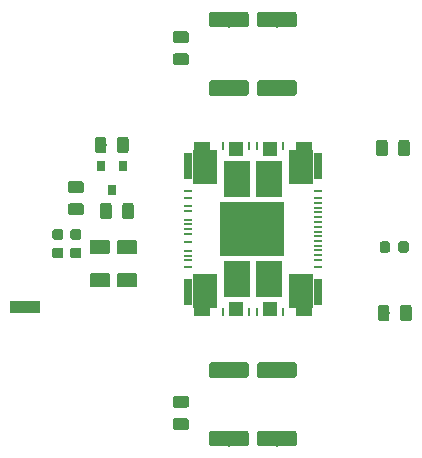
<source format=gbr>
G04 #@! TF.GenerationSoftware,KiCad,Pcbnew,5.0.0-fee4fd1~66~ubuntu16.04.1*
G04 #@! TF.CreationDate,2018-08-14T17:57:09-07:00*
G04 #@! TF.ProjectId,powerstep01-breakout,706F7765727374657030312D62726561,rev?*
G04 #@! TF.SameCoordinates,Original*
G04 #@! TF.FileFunction,Paste,Top*
G04 #@! TF.FilePolarity,Positive*
%FSLAX46Y46*%
G04 Gerber Fmt 4.6, Leading zero omitted, Abs format (unit mm)*
G04 Created by KiCad (PCBNEW 5.0.0-fee4fd1~66~ubuntu16.04.1) date Tue Aug 14 17:57:09 2018*
%MOMM*%
%LPD*%
G01*
G04 APERTURE LIST*
%ADD10R,5.500000X4.680000*%
%ADD11R,2.300000X3.010000*%
%ADD12R,1.160000X1.200000*%
%ADD13R,0.200000X0.800000*%
%ADD14R,0.800000X0.200000*%
%ADD15R,2.140000X2.850000*%
%ADD16R,1.440000X0.720000*%
%ADD17R,0.740000X2.170000*%
%ADD18C,0.100000*%
%ADD19C,1.250000*%
%ADD20R,0.800000X0.900000*%
%ADD21C,0.875000*%
%ADD22R,2.510000X1.000000*%
%ADD23C,1.350000*%
%ADD24C,0.975000*%
G04 APERTURE END LIST*
D10*
G04 #@! TO.C,U1*
X133778000Y-86614000D03*
D11*
X135228000Y-90879000D03*
X132488000Y-90879000D03*
X135228000Y-82349000D03*
X132488000Y-82349000D03*
D12*
X135268000Y-93414000D03*
X132448000Y-93414000D03*
X135268000Y-79814000D03*
X132448000Y-79814000D03*
D13*
X134168000Y-79614000D03*
X133548000Y-79614000D03*
X131348000Y-79614000D03*
X136368000Y-79614000D03*
X134168000Y-93614000D03*
X133548000Y-93614000D03*
X131348000Y-93614000D03*
X136368000Y-93614000D03*
D14*
X139358000Y-86404000D03*
X139358000Y-86004000D03*
X139358000Y-85604000D03*
X139358000Y-85204000D03*
X139358000Y-84804000D03*
X139358000Y-84404000D03*
X139358000Y-83964000D03*
X139358000Y-83364000D03*
X139358000Y-86824000D03*
X139358000Y-87224000D03*
X139358000Y-87624000D03*
X139358000Y-88024000D03*
X139358000Y-88424000D03*
X139358000Y-88824000D03*
X139358000Y-89264000D03*
X139358000Y-89864000D03*
X128358000Y-86214000D03*
X128358000Y-86614000D03*
X128358000Y-85814000D03*
X128358000Y-85094000D03*
X128358000Y-84694000D03*
X128358000Y-83964000D03*
X128358000Y-83364000D03*
X128358000Y-87014000D03*
X128358000Y-87734000D03*
X128358000Y-88464000D03*
X128358000Y-88864000D03*
X128358000Y-89264000D03*
X128358000Y-89864000D03*
D15*
X137948000Y-81359000D03*
X129768000Y-81359000D03*
X129768000Y-91869000D03*
X137948000Y-91869000D03*
D16*
X129558000Y-79574000D03*
X138158000Y-79574000D03*
X129558000Y-93654000D03*
X138158000Y-93654000D03*
D17*
X128338000Y-81299000D03*
X128338000Y-91929000D03*
X139378000Y-91929000D03*
X139378000Y-81299000D03*
G04 #@! TD*
D18*
G04 #@! TO.C,C13*
G36*
X123839504Y-90314204D02*
X123863773Y-90317804D01*
X123887571Y-90323765D01*
X123910671Y-90332030D01*
X123932849Y-90342520D01*
X123953893Y-90355133D01*
X123973598Y-90369747D01*
X123991777Y-90386223D01*
X124008253Y-90404402D01*
X124022867Y-90424107D01*
X124035480Y-90445151D01*
X124045970Y-90467329D01*
X124054235Y-90490429D01*
X124060196Y-90514227D01*
X124063796Y-90538496D01*
X124065000Y-90563000D01*
X124065000Y-91313000D01*
X124063796Y-91337504D01*
X124060196Y-91361773D01*
X124054235Y-91385571D01*
X124045970Y-91408671D01*
X124035480Y-91430849D01*
X124022867Y-91451893D01*
X124008253Y-91471598D01*
X123991777Y-91489777D01*
X123973598Y-91506253D01*
X123953893Y-91520867D01*
X123932849Y-91533480D01*
X123910671Y-91543970D01*
X123887571Y-91552235D01*
X123863773Y-91558196D01*
X123839504Y-91561796D01*
X123815000Y-91563000D01*
X122565000Y-91563000D01*
X122540496Y-91561796D01*
X122516227Y-91558196D01*
X122492429Y-91552235D01*
X122469329Y-91543970D01*
X122447151Y-91533480D01*
X122426107Y-91520867D01*
X122406402Y-91506253D01*
X122388223Y-91489777D01*
X122371747Y-91471598D01*
X122357133Y-91451893D01*
X122344520Y-91430849D01*
X122334030Y-91408671D01*
X122325765Y-91385571D01*
X122319804Y-91361773D01*
X122316204Y-91337504D01*
X122315000Y-91313000D01*
X122315000Y-90563000D01*
X122316204Y-90538496D01*
X122319804Y-90514227D01*
X122325765Y-90490429D01*
X122334030Y-90467329D01*
X122344520Y-90445151D01*
X122357133Y-90424107D01*
X122371747Y-90404402D01*
X122388223Y-90386223D01*
X122406402Y-90369747D01*
X122426107Y-90355133D01*
X122447151Y-90342520D01*
X122469329Y-90332030D01*
X122492429Y-90323765D01*
X122516227Y-90317804D01*
X122540496Y-90314204D01*
X122565000Y-90313000D01*
X123815000Y-90313000D01*
X123839504Y-90314204D01*
X123839504Y-90314204D01*
G37*
D19*
X123190000Y-90938000D03*
D18*
G36*
X123839504Y-87514204D02*
X123863773Y-87517804D01*
X123887571Y-87523765D01*
X123910671Y-87532030D01*
X123932849Y-87542520D01*
X123953893Y-87555133D01*
X123973598Y-87569747D01*
X123991777Y-87586223D01*
X124008253Y-87604402D01*
X124022867Y-87624107D01*
X124035480Y-87645151D01*
X124045970Y-87667329D01*
X124054235Y-87690429D01*
X124060196Y-87714227D01*
X124063796Y-87738496D01*
X124065000Y-87763000D01*
X124065000Y-88513000D01*
X124063796Y-88537504D01*
X124060196Y-88561773D01*
X124054235Y-88585571D01*
X124045970Y-88608671D01*
X124035480Y-88630849D01*
X124022867Y-88651893D01*
X124008253Y-88671598D01*
X123991777Y-88689777D01*
X123973598Y-88706253D01*
X123953893Y-88720867D01*
X123932849Y-88733480D01*
X123910671Y-88743970D01*
X123887571Y-88752235D01*
X123863773Y-88758196D01*
X123839504Y-88761796D01*
X123815000Y-88763000D01*
X122565000Y-88763000D01*
X122540496Y-88761796D01*
X122516227Y-88758196D01*
X122492429Y-88752235D01*
X122469329Y-88743970D01*
X122447151Y-88733480D01*
X122426107Y-88720867D01*
X122406402Y-88706253D01*
X122388223Y-88689777D01*
X122371747Y-88671598D01*
X122357133Y-88651893D01*
X122344520Y-88630849D01*
X122334030Y-88608671D01*
X122325765Y-88585571D01*
X122319804Y-88561773D01*
X122316204Y-88537504D01*
X122315000Y-88513000D01*
X122315000Y-87763000D01*
X122316204Y-87738496D01*
X122319804Y-87714227D01*
X122325765Y-87690429D01*
X122334030Y-87667329D01*
X122344520Y-87645151D01*
X122357133Y-87624107D01*
X122371747Y-87604402D01*
X122388223Y-87586223D01*
X122406402Y-87569747D01*
X122426107Y-87555133D01*
X122447151Y-87542520D01*
X122469329Y-87532030D01*
X122492429Y-87523765D01*
X122516227Y-87517804D01*
X122540496Y-87514204D01*
X122565000Y-87513000D01*
X123815000Y-87513000D01*
X123839504Y-87514204D01*
X123839504Y-87514204D01*
G37*
D19*
X123190000Y-88138000D03*
G04 #@! TD*
D20*
G04 #@! TO.C,D1*
X122870000Y-81280000D03*
X120970000Y-81280000D03*
X121920000Y-83280000D03*
G04 #@! TD*
D18*
G04 #@! TO.C,C9*
G36*
X146849191Y-87664053D02*
X146870426Y-87667203D01*
X146891250Y-87672419D01*
X146911462Y-87679651D01*
X146930868Y-87688830D01*
X146949281Y-87699866D01*
X146966524Y-87712654D01*
X146982430Y-87727070D01*
X146996846Y-87742976D01*
X147009634Y-87760219D01*
X147020670Y-87778632D01*
X147029849Y-87798038D01*
X147037081Y-87818250D01*
X147042297Y-87839074D01*
X147045447Y-87860309D01*
X147046500Y-87881750D01*
X147046500Y-88394250D01*
X147045447Y-88415691D01*
X147042297Y-88436926D01*
X147037081Y-88457750D01*
X147029849Y-88477962D01*
X147020670Y-88497368D01*
X147009634Y-88515781D01*
X146996846Y-88533024D01*
X146982430Y-88548930D01*
X146966524Y-88563346D01*
X146949281Y-88576134D01*
X146930868Y-88587170D01*
X146911462Y-88596349D01*
X146891250Y-88603581D01*
X146870426Y-88608797D01*
X146849191Y-88611947D01*
X146827750Y-88613000D01*
X146390250Y-88613000D01*
X146368809Y-88611947D01*
X146347574Y-88608797D01*
X146326750Y-88603581D01*
X146306538Y-88596349D01*
X146287132Y-88587170D01*
X146268719Y-88576134D01*
X146251476Y-88563346D01*
X146235570Y-88548930D01*
X146221154Y-88533024D01*
X146208366Y-88515781D01*
X146197330Y-88497368D01*
X146188151Y-88477962D01*
X146180919Y-88457750D01*
X146175703Y-88436926D01*
X146172553Y-88415691D01*
X146171500Y-88394250D01*
X146171500Y-87881750D01*
X146172553Y-87860309D01*
X146175703Y-87839074D01*
X146180919Y-87818250D01*
X146188151Y-87798038D01*
X146197330Y-87778632D01*
X146208366Y-87760219D01*
X146221154Y-87742976D01*
X146235570Y-87727070D01*
X146251476Y-87712654D01*
X146268719Y-87699866D01*
X146287132Y-87688830D01*
X146306538Y-87679651D01*
X146326750Y-87672419D01*
X146347574Y-87667203D01*
X146368809Y-87664053D01*
X146390250Y-87663000D01*
X146827750Y-87663000D01*
X146849191Y-87664053D01*
X146849191Y-87664053D01*
G37*
D21*
X146609000Y-88138000D03*
D18*
G36*
X145274191Y-87664053D02*
X145295426Y-87667203D01*
X145316250Y-87672419D01*
X145336462Y-87679651D01*
X145355868Y-87688830D01*
X145374281Y-87699866D01*
X145391524Y-87712654D01*
X145407430Y-87727070D01*
X145421846Y-87742976D01*
X145434634Y-87760219D01*
X145445670Y-87778632D01*
X145454849Y-87798038D01*
X145462081Y-87818250D01*
X145467297Y-87839074D01*
X145470447Y-87860309D01*
X145471500Y-87881750D01*
X145471500Y-88394250D01*
X145470447Y-88415691D01*
X145467297Y-88436926D01*
X145462081Y-88457750D01*
X145454849Y-88477962D01*
X145445670Y-88497368D01*
X145434634Y-88515781D01*
X145421846Y-88533024D01*
X145407430Y-88548930D01*
X145391524Y-88563346D01*
X145374281Y-88576134D01*
X145355868Y-88587170D01*
X145336462Y-88596349D01*
X145316250Y-88603581D01*
X145295426Y-88608797D01*
X145274191Y-88611947D01*
X145252750Y-88613000D01*
X144815250Y-88613000D01*
X144793809Y-88611947D01*
X144772574Y-88608797D01*
X144751750Y-88603581D01*
X144731538Y-88596349D01*
X144712132Y-88587170D01*
X144693719Y-88576134D01*
X144676476Y-88563346D01*
X144660570Y-88548930D01*
X144646154Y-88533024D01*
X144633366Y-88515781D01*
X144622330Y-88497368D01*
X144613151Y-88477962D01*
X144605919Y-88457750D01*
X144600703Y-88436926D01*
X144597553Y-88415691D01*
X144596500Y-88394250D01*
X144596500Y-87881750D01*
X144597553Y-87860309D01*
X144600703Y-87839074D01*
X144605919Y-87818250D01*
X144613151Y-87798038D01*
X144622330Y-87778632D01*
X144633366Y-87760219D01*
X144646154Y-87742976D01*
X144660570Y-87727070D01*
X144676476Y-87712654D01*
X144693719Y-87699866D01*
X144712132Y-87688830D01*
X144731538Y-87679651D01*
X144751750Y-87672419D01*
X144772574Y-87667203D01*
X144793809Y-87664053D01*
X144815250Y-87663000D01*
X145252750Y-87663000D01*
X145274191Y-87664053D01*
X145274191Y-87664053D01*
G37*
D21*
X145034000Y-88138000D03*
G04 #@! TD*
D22*
G04 #@! TO.C,J3*
X114554000Y-93218000D03*
G04 #@! TD*
D18*
G04 #@! TO.C,R2*
G36*
X137339505Y-74002204D02*
X137363773Y-74005804D01*
X137387572Y-74011765D01*
X137410671Y-74020030D01*
X137432850Y-74030520D01*
X137453893Y-74043132D01*
X137473599Y-74057747D01*
X137491777Y-74074223D01*
X137508253Y-74092401D01*
X137522868Y-74112107D01*
X137535480Y-74133150D01*
X137545970Y-74155329D01*
X137554235Y-74178428D01*
X137560196Y-74202227D01*
X137563796Y-74226495D01*
X137565000Y-74250999D01*
X137565000Y-75101001D01*
X137563796Y-75125505D01*
X137560196Y-75149773D01*
X137554235Y-75173572D01*
X137545970Y-75196671D01*
X137535480Y-75218850D01*
X137522868Y-75239893D01*
X137508253Y-75259599D01*
X137491777Y-75277777D01*
X137473599Y-75294253D01*
X137453893Y-75308868D01*
X137432850Y-75321480D01*
X137410671Y-75331970D01*
X137387572Y-75340235D01*
X137363773Y-75346196D01*
X137339505Y-75349796D01*
X137315001Y-75351000D01*
X134464999Y-75351000D01*
X134440495Y-75349796D01*
X134416227Y-75346196D01*
X134392428Y-75340235D01*
X134369329Y-75331970D01*
X134347150Y-75321480D01*
X134326107Y-75308868D01*
X134306401Y-75294253D01*
X134288223Y-75277777D01*
X134271747Y-75259599D01*
X134257132Y-75239893D01*
X134244520Y-75218850D01*
X134234030Y-75196671D01*
X134225765Y-75173572D01*
X134219804Y-75149773D01*
X134216204Y-75125505D01*
X134215000Y-75101001D01*
X134215000Y-74250999D01*
X134216204Y-74226495D01*
X134219804Y-74202227D01*
X134225765Y-74178428D01*
X134234030Y-74155329D01*
X134244520Y-74133150D01*
X134257132Y-74112107D01*
X134271747Y-74092401D01*
X134288223Y-74074223D01*
X134306401Y-74057747D01*
X134326107Y-74043132D01*
X134347150Y-74030520D01*
X134369329Y-74020030D01*
X134392428Y-74011765D01*
X134416227Y-74005804D01*
X134440495Y-74002204D01*
X134464999Y-74001000D01*
X137315001Y-74001000D01*
X137339505Y-74002204D01*
X137339505Y-74002204D01*
G37*
D23*
X135890000Y-74676000D03*
D18*
G36*
X137339505Y-68202204D02*
X137363773Y-68205804D01*
X137387572Y-68211765D01*
X137410671Y-68220030D01*
X137432850Y-68230520D01*
X137453893Y-68243132D01*
X137473599Y-68257747D01*
X137491777Y-68274223D01*
X137508253Y-68292401D01*
X137522868Y-68312107D01*
X137535480Y-68333150D01*
X137545970Y-68355329D01*
X137554235Y-68378428D01*
X137560196Y-68402227D01*
X137563796Y-68426495D01*
X137565000Y-68450999D01*
X137565000Y-69301001D01*
X137563796Y-69325505D01*
X137560196Y-69349773D01*
X137554235Y-69373572D01*
X137545970Y-69396671D01*
X137535480Y-69418850D01*
X137522868Y-69439893D01*
X137508253Y-69459599D01*
X137491777Y-69477777D01*
X137473599Y-69494253D01*
X137453893Y-69508868D01*
X137432850Y-69521480D01*
X137410671Y-69531970D01*
X137387572Y-69540235D01*
X137363773Y-69546196D01*
X137339505Y-69549796D01*
X137315001Y-69551000D01*
X134464999Y-69551000D01*
X134440495Y-69549796D01*
X134416227Y-69546196D01*
X134392428Y-69540235D01*
X134369329Y-69531970D01*
X134347150Y-69521480D01*
X134326107Y-69508868D01*
X134306401Y-69494253D01*
X134288223Y-69477777D01*
X134271747Y-69459599D01*
X134257132Y-69439893D01*
X134244520Y-69418850D01*
X134234030Y-69396671D01*
X134225765Y-69373572D01*
X134219804Y-69349773D01*
X134216204Y-69325505D01*
X134215000Y-69301001D01*
X134215000Y-68450999D01*
X134216204Y-68426495D01*
X134219804Y-68402227D01*
X134225765Y-68378428D01*
X134234030Y-68355329D01*
X134244520Y-68333150D01*
X134257132Y-68312107D01*
X134271747Y-68292401D01*
X134288223Y-68274223D01*
X134306401Y-68257747D01*
X134326107Y-68243132D01*
X134347150Y-68230520D01*
X134369329Y-68220030D01*
X134392428Y-68211765D01*
X134416227Y-68205804D01*
X134440495Y-68202204D01*
X134464999Y-68201000D01*
X137315001Y-68201000D01*
X137339505Y-68202204D01*
X137339505Y-68202204D01*
G37*
D23*
X135890000Y-68876000D03*
G04 #@! TD*
D18*
G04 #@! TO.C,R3*
G36*
X133275505Y-97878204D02*
X133299773Y-97881804D01*
X133323572Y-97887765D01*
X133346671Y-97896030D01*
X133368850Y-97906520D01*
X133389893Y-97919132D01*
X133409599Y-97933747D01*
X133427777Y-97950223D01*
X133444253Y-97968401D01*
X133458868Y-97988107D01*
X133471480Y-98009150D01*
X133481970Y-98031329D01*
X133490235Y-98054428D01*
X133496196Y-98078227D01*
X133499796Y-98102495D01*
X133501000Y-98126999D01*
X133501000Y-98977001D01*
X133499796Y-99001505D01*
X133496196Y-99025773D01*
X133490235Y-99049572D01*
X133481970Y-99072671D01*
X133471480Y-99094850D01*
X133458868Y-99115893D01*
X133444253Y-99135599D01*
X133427777Y-99153777D01*
X133409599Y-99170253D01*
X133389893Y-99184868D01*
X133368850Y-99197480D01*
X133346671Y-99207970D01*
X133323572Y-99216235D01*
X133299773Y-99222196D01*
X133275505Y-99225796D01*
X133251001Y-99227000D01*
X130400999Y-99227000D01*
X130376495Y-99225796D01*
X130352227Y-99222196D01*
X130328428Y-99216235D01*
X130305329Y-99207970D01*
X130283150Y-99197480D01*
X130262107Y-99184868D01*
X130242401Y-99170253D01*
X130224223Y-99153777D01*
X130207747Y-99135599D01*
X130193132Y-99115893D01*
X130180520Y-99094850D01*
X130170030Y-99072671D01*
X130161765Y-99049572D01*
X130155804Y-99025773D01*
X130152204Y-99001505D01*
X130151000Y-98977001D01*
X130151000Y-98126999D01*
X130152204Y-98102495D01*
X130155804Y-98078227D01*
X130161765Y-98054428D01*
X130170030Y-98031329D01*
X130180520Y-98009150D01*
X130193132Y-97988107D01*
X130207747Y-97968401D01*
X130224223Y-97950223D01*
X130242401Y-97933747D01*
X130262107Y-97919132D01*
X130283150Y-97906520D01*
X130305329Y-97896030D01*
X130328428Y-97887765D01*
X130352227Y-97881804D01*
X130376495Y-97878204D01*
X130400999Y-97877000D01*
X133251001Y-97877000D01*
X133275505Y-97878204D01*
X133275505Y-97878204D01*
G37*
D23*
X131826000Y-98552000D03*
D18*
G36*
X133275505Y-103678204D02*
X133299773Y-103681804D01*
X133323572Y-103687765D01*
X133346671Y-103696030D01*
X133368850Y-103706520D01*
X133389893Y-103719132D01*
X133409599Y-103733747D01*
X133427777Y-103750223D01*
X133444253Y-103768401D01*
X133458868Y-103788107D01*
X133471480Y-103809150D01*
X133481970Y-103831329D01*
X133490235Y-103854428D01*
X133496196Y-103878227D01*
X133499796Y-103902495D01*
X133501000Y-103926999D01*
X133501000Y-104777001D01*
X133499796Y-104801505D01*
X133496196Y-104825773D01*
X133490235Y-104849572D01*
X133481970Y-104872671D01*
X133471480Y-104894850D01*
X133458868Y-104915893D01*
X133444253Y-104935599D01*
X133427777Y-104953777D01*
X133409599Y-104970253D01*
X133389893Y-104984868D01*
X133368850Y-104997480D01*
X133346671Y-105007970D01*
X133323572Y-105016235D01*
X133299773Y-105022196D01*
X133275505Y-105025796D01*
X133251001Y-105027000D01*
X130400999Y-105027000D01*
X130376495Y-105025796D01*
X130352227Y-105022196D01*
X130328428Y-105016235D01*
X130305329Y-105007970D01*
X130283150Y-104997480D01*
X130262107Y-104984868D01*
X130242401Y-104970253D01*
X130224223Y-104953777D01*
X130207747Y-104935599D01*
X130193132Y-104915893D01*
X130180520Y-104894850D01*
X130170030Y-104872671D01*
X130161765Y-104849572D01*
X130155804Y-104825773D01*
X130152204Y-104801505D01*
X130151000Y-104777001D01*
X130151000Y-103926999D01*
X130152204Y-103902495D01*
X130155804Y-103878227D01*
X130161765Y-103854428D01*
X130170030Y-103831329D01*
X130180520Y-103809150D01*
X130193132Y-103788107D01*
X130207747Y-103768401D01*
X130224223Y-103750223D01*
X130242401Y-103733747D01*
X130262107Y-103719132D01*
X130283150Y-103706520D01*
X130305329Y-103696030D01*
X130328428Y-103687765D01*
X130352227Y-103681804D01*
X130376495Y-103678204D01*
X130400999Y-103677000D01*
X133251001Y-103677000D01*
X133275505Y-103678204D01*
X133275505Y-103678204D01*
G37*
D23*
X131826000Y-104352000D03*
G04 #@! TD*
D18*
G04 #@! TO.C,R1*
G36*
X133275505Y-68202204D02*
X133299773Y-68205804D01*
X133323572Y-68211765D01*
X133346671Y-68220030D01*
X133368850Y-68230520D01*
X133389893Y-68243132D01*
X133409599Y-68257747D01*
X133427777Y-68274223D01*
X133444253Y-68292401D01*
X133458868Y-68312107D01*
X133471480Y-68333150D01*
X133481970Y-68355329D01*
X133490235Y-68378428D01*
X133496196Y-68402227D01*
X133499796Y-68426495D01*
X133501000Y-68450999D01*
X133501000Y-69301001D01*
X133499796Y-69325505D01*
X133496196Y-69349773D01*
X133490235Y-69373572D01*
X133481970Y-69396671D01*
X133471480Y-69418850D01*
X133458868Y-69439893D01*
X133444253Y-69459599D01*
X133427777Y-69477777D01*
X133409599Y-69494253D01*
X133389893Y-69508868D01*
X133368850Y-69521480D01*
X133346671Y-69531970D01*
X133323572Y-69540235D01*
X133299773Y-69546196D01*
X133275505Y-69549796D01*
X133251001Y-69551000D01*
X130400999Y-69551000D01*
X130376495Y-69549796D01*
X130352227Y-69546196D01*
X130328428Y-69540235D01*
X130305329Y-69531970D01*
X130283150Y-69521480D01*
X130262107Y-69508868D01*
X130242401Y-69494253D01*
X130224223Y-69477777D01*
X130207747Y-69459599D01*
X130193132Y-69439893D01*
X130180520Y-69418850D01*
X130170030Y-69396671D01*
X130161765Y-69373572D01*
X130155804Y-69349773D01*
X130152204Y-69325505D01*
X130151000Y-69301001D01*
X130151000Y-68450999D01*
X130152204Y-68426495D01*
X130155804Y-68402227D01*
X130161765Y-68378428D01*
X130170030Y-68355329D01*
X130180520Y-68333150D01*
X130193132Y-68312107D01*
X130207747Y-68292401D01*
X130224223Y-68274223D01*
X130242401Y-68257747D01*
X130262107Y-68243132D01*
X130283150Y-68230520D01*
X130305329Y-68220030D01*
X130328428Y-68211765D01*
X130352227Y-68205804D01*
X130376495Y-68202204D01*
X130400999Y-68201000D01*
X133251001Y-68201000D01*
X133275505Y-68202204D01*
X133275505Y-68202204D01*
G37*
D23*
X131826000Y-68876000D03*
D18*
G36*
X133275505Y-74002204D02*
X133299773Y-74005804D01*
X133323572Y-74011765D01*
X133346671Y-74020030D01*
X133368850Y-74030520D01*
X133389893Y-74043132D01*
X133409599Y-74057747D01*
X133427777Y-74074223D01*
X133444253Y-74092401D01*
X133458868Y-74112107D01*
X133471480Y-74133150D01*
X133481970Y-74155329D01*
X133490235Y-74178428D01*
X133496196Y-74202227D01*
X133499796Y-74226495D01*
X133501000Y-74250999D01*
X133501000Y-75101001D01*
X133499796Y-75125505D01*
X133496196Y-75149773D01*
X133490235Y-75173572D01*
X133481970Y-75196671D01*
X133471480Y-75218850D01*
X133458868Y-75239893D01*
X133444253Y-75259599D01*
X133427777Y-75277777D01*
X133409599Y-75294253D01*
X133389893Y-75308868D01*
X133368850Y-75321480D01*
X133346671Y-75331970D01*
X133323572Y-75340235D01*
X133299773Y-75346196D01*
X133275505Y-75349796D01*
X133251001Y-75351000D01*
X130400999Y-75351000D01*
X130376495Y-75349796D01*
X130352227Y-75346196D01*
X130328428Y-75340235D01*
X130305329Y-75331970D01*
X130283150Y-75321480D01*
X130262107Y-75308868D01*
X130242401Y-75294253D01*
X130224223Y-75277777D01*
X130207747Y-75259599D01*
X130193132Y-75239893D01*
X130180520Y-75218850D01*
X130170030Y-75196671D01*
X130161765Y-75173572D01*
X130155804Y-75149773D01*
X130152204Y-75125505D01*
X130151000Y-75101001D01*
X130151000Y-74250999D01*
X130152204Y-74226495D01*
X130155804Y-74202227D01*
X130161765Y-74178428D01*
X130170030Y-74155329D01*
X130180520Y-74133150D01*
X130193132Y-74112107D01*
X130207747Y-74092401D01*
X130224223Y-74074223D01*
X130242401Y-74057747D01*
X130262107Y-74043132D01*
X130283150Y-74030520D01*
X130305329Y-74020030D01*
X130328428Y-74011765D01*
X130352227Y-74005804D01*
X130376495Y-74002204D01*
X130400999Y-74001000D01*
X133251001Y-74001000D01*
X133275505Y-74002204D01*
X133275505Y-74002204D01*
G37*
D23*
X131826000Y-74676000D03*
G04 #@! TD*
D18*
G04 #@! TO.C,C6*
G36*
X123554642Y-84391174D02*
X123578303Y-84394684D01*
X123601507Y-84400496D01*
X123624029Y-84408554D01*
X123645653Y-84418782D01*
X123666170Y-84431079D01*
X123685383Y-84445329D01*
X123703107Y-84461393D01*
X123719171Y-84479117D01*
X123733421Y-84498330D01*
X123745718Y-84518847D01*
X123755946Y-84540471D01*
X123764004Y-84562993D01*
X123769816Y-84586197D01*
X123773326Y-84609858D01*
X123774500Y-84633750D01*
X123774500Y-85546250D01*
X123773326Y-85570142D01*
X123769816Y-85593803D01*
X123764004Y-85617007D01*
X123755946Y-85639529D01*
X123745718Y-85661153D01*
X123733421Y-85681670D01*
X123719171Y-85700883D01*
X123703107Y-85718607D01*
X123685383Y-85734671D01*
X123666170Y-85748921D01*
X123645653Y-85761218D01*
X123624029Y-85771446D01*
X123601507Y-85779504D01*
X123578303Y-85785316D01*
X123554642Y-85788826D01*
X123530750Y-85790000D01*
X123043250Y-85790000D01*
X123019358Y-85788826D01*
X122995697Y-85785316D01*
X122972493Y-85779504D01*
X122949971Y-85771446D01*
X122928347Y-85761218D01*
X122907830Y-85748921D01*
X122888617Y-85734671D01*
X122870893Y-85718607D01*
X122854829Y-85700883D01*
X122840579Y-85681670D01*
X122828282Y-85661153D01*
X122818054Y-85639529D01*
X122809996Y-85617007D01*
X122804184Y-85593803D01*
X122800674Y-85570142D01*
X122799500Y-85546250D01*
X122799500Y-84633750D01*
X122800674Y-84609858D01*
X122804184Y-84586197D01*
X122809996Y-84562993D01*
X122818054Y-84540471D01*
X122828282Y-84518847D01*
X122840579Y-84498330D01*
X122854829Y-84479117D01*
X122870893Y-84461393D01*
X122888617Y-84445329D01*
X122907830Y-84431079D01*
X122928347Y-84418782D01*
X122949971Y-84408554D01*
X122972493Y-84400496D01*
X122995697Y-84394684D01*
X123019358Y-84391174D01*
X123043250Y-84390000D01*
X123530750Y-84390000D01*
X123554642Y-84391174D01*
X123554642Y-84391174D01*
G37*
D24*
X123287000Y-85090000D03*
D18*
G36*
X121679642Y-84391174D02*
X121703303Y-84394684D01*
X121726507Y-84400496D01*
X121749029Y-84408554D01*
X121770653Y-84418782D01*
X121791170Y-84431079D01*
X121810383Y-84445329D01*
X121828107Y-84461393D01*
X121844171Y-84479117D01*
X121858421Y-84498330D01*
X121870718Y-84518847D01*
X121880946Y-84540471D01*
X121889004Y-84562993D01*
X121894816Y-84586197D01*
X121898326Y-84609858D01*
X121899500Y-84633750D01*
X121899500Y-85546250D01*
X121898326Y-85570142D01*
X121894816Y-85593803D01*
X121889004Y-85617007D01*
X121880946Y-85639529D01*
X121870718Y-85661153D01*
X121858421Y-85681670D01*
X121844171Y-85700883D01*
X121828107Y-85718607D01*
X121810383Y-85734671D01*
X121791170Y-85748921D01*
X121770653Y-85761218D01*
X121749029Y-85771446D01*
X121726507Y-85779504D01*
X121703303Y-85785316D01*
X121679642Y-85788826D01*
X121655750Y-85790000D01*
X121168250Y-85790000D01*
X121144358Y-85788826D01*
X121120697Y-85785316D01*
X121097493Y-85779504D01*
X121074971Y-85771446D01*
X121053347Y-85761218D01*
X121032830Y-85748921D01*
X121013617Y-85734671D01*
X120995893Y-85718607D01*
X120979829Y-85700883D01*
X120965579Y-85681670D01*
X120953282Y-85661153D01*
X120943054Y-85639529D01*
X120934996Y-85617007D01*
X120929184Y-85593803D01*
X120925674Y-85570142D01*
X120924500Y-85546250D01*
X120924500Y-84633750D01*
X120925674Y-84609858D01*
X120929184Y-84586197D01*
X120934996Y-84562993D01*
X120943054Y-84540471D01*
X120953282Y-84518847D01*
X120965579Y-84498330D01*
X120979829Y-84479117D01*
X120995893Y-84461393D01*
X121013617Y-84445329D01*
X121032830Y-84431079D01*
X121053347Y-84418782D01*
X121074971Y-84408554D01*
X121097493Y-84400496D01*
X121120697Y-84394684D01*
X121144358Y-84391174D01*
X121168250Y-84390000D01*
X121655750Y-84390000D01*
X121679642Y-84391174D01*
X121679642Y-84391174D01*
G37*
D24*
X121412000Y-85090000D03*
G04 #@! TD*
D18*
G04 #@! TO.C,C3*
G36*
X145204642Y-93027174D02*
X145228303Y-93030684D01*
X145251507Y-93036496D01*
X145274029Y-93044554D01*
X145295653Y-93054782D01*
X145316170Y-93067079D01*
X145335383Y-93081329D01*
X145353107Y-93097393D01*
X145369171Y-93115117D01*
X145383421Y-93134330D01*
X145395718Y-93154847D01*
X145405946Y-93176471D01*
X145414004Y-93198993D01*
X145419816Y-93222197D01*
X145423326Y-93245858D01*
X145424500Y-93269750D01*
X145424500Y-94182250D01*
X145423326Y-94206142D01*
X145419816Y-94229803D01*
X145414004Y-94253007D01*
X145405946Y-94275529D01*
X145395718Y-94297153D01*
X145383421Y-94317670D01*
X145369171Y-94336883D01*
X145353107Y-94354607D01*
X145335383Y-94370671D01*
X145316170Y-94384921D01*
X145295653Y-94397218D01*
X145274029Y-94407446D01*
X145251507Y-94415504D01*
X145228303Y-94421316D01*
X145204642Y-94424826D01*
X145180750Y-94426000D01*
X144693250Y-94426000D01*
X144669358Y-94424826D01*
X144645697Y-94421316D01*
X144622493Y-94415504D01*
X144599971Y-94407446D01*
X144578347Y-94397218D01*
X144557830Y-94384921D01*
X144538617Y-94370671D01*
X144520893Y-94354607D01*
X144504829Y-94336883D01*
X144490579Y-94317670D01*
X144478282Y-94297153D01*
X144468054Y-94275529D01*
X144459996Y-94253007D01*
X144454184Y-94229803D01*
X144450674Y-94206142D01*
X144449500Y-94182250D01*
X144449500Y-93269750D01*
X144450674Y-93245858D01*
X144454184Y-93222197D01*
X144459996Y-93198993D01*
X144468054Y-93176471D01*
X144478282Y-93154847D01*
X144490579Y-93134330D01*
X144504829Y-93115117D01*
X144520893Y-93097393D01*
X144538617Y-93081329D01*
X144557830Y-93067079D01*
X144578347Y-93054782D01*
X144599971Y-93044554D01*
X144622493Y-93036496D01*
X144645697Y-93030684D01*
X144669358Y-93027174D01*
X144693250Y-93026000D01*
X145180750Y-93026000D01*
X145204642Y-93027174D01*
X145204642Y-93027174D01*
G37*
D24*
X144937000Y-93726000D03*
D18*
G36*
X147079642Y-93027174D02*
X147103303Y-93030684D01*
X147126507Y-93036496D01*
X147149029Y-93044554D01*
X147170653Y-93054782D01*
X147191170Y-93067079D01*
X147210383Y-93081329D01*
X147228107Y-93097393D01*
X147244171Y-93115117D01*
X147258421Y-93134330D01*
X147270718Y-93154847D01*
X147280946Y-93176471D01*
X147289004Y-93198993D01*
X147294816Y-93222197D01*
X147298326Y-93245858D01*
X147299500Y-93269750D01*
X147299500Y-94182250D01*
X147298326Y-94206142D01*
X147294816Y-94229803D01*
X147289004Y-94253007D01*
X147280946Y-94275529D01*
X147270718Y-94297153D01*
X147258421Y-94317670D01*
X147244171Y-94336883D01*
X147228107Y-94354607D01*
X147210383Y-94370671D01*
X147191170Y-94384921D01*
X147170653Y-94397218D01*
X147149029Y-94407446D01*
X147126507Y-94415504D01*
X147103303Y-94421316D01*
X147079642Y-94424826D01*
X147055750Y-94426000D01*
X146568250Y-94426000D01*
X146544358Y-94424826D01*
X146520697Y-94421316D01*
X146497493Y-94415504D01*
X146474971Y-94407446D01*
X146453347Y-94397218D01*
X146432830Y-94384921D01*
X146413617Y-94370671D01*
X146395893Y-94354607D01*
X146379829Y-94336883D01*
X146365579Y-94317670D01*
X146353282Y-94297153D01*
X146343054Y-94275529D01*
X146334996Y-94253007D01*
X146329184Y-94229803D01*
X146325674Y-94206142D01*
X146324500Y-94182250D01*
X146324500Y-93269750D01*
X146325674Y-93245858D01*
X146329184Y-93222197D01*
X146334996Y-93198993D01*
X146343054Y-93176471D01*
X146353282Y-93154847D01*
X146365579Y-93134330D01*
X146379829Y-93115117D01*
X146395893Y-93097393D01*
X146413617Y-93081329D01*
X146432830Y-93067079D01*
X146453347Y-93054782D01*
X146474971Y-93044554D01*
X146497493Y-93036496D01*
X146520697Y-93030684D01*
X146544358Y-93027174D01*
X146568250Y-93026000D01*
X147055750Y-93026000D01*
X147079642Y-93027174D01*
X147079642Y-93027174D01*
G37*
D24*
X146812000Y-93726000D03*
G04 #@! TD*
D18*
G04 #@! TO.C,C2*
G36*
X146922642Y-79057174D02*
X146946303Y-79060684D01*
X146969507Y-79066496D01*
X146992029Y-79074554D01*
X147013653Y-79084782D01*
X147034170Y-79097079D01*
X147053383Y-79111329D01*
X147071107Y-79127393D01*
X147087171Y-79145117D01*
X147101421Y-79164330D01*
X147113718Y-79184847D01*
X147123946Y-79206471D01*
X147132004Y-79228993D01*
X147137816Y-79252197D01*
X147141326Y-79275858D01*
X147142500Y-79299750D01*
X147142500Y-80212250D01*
X147141326Y-80236142D01*
X147137816Y-80259803D01*
X147132004Y-80283007D01*
X147123946Y-80305529D01*
X147113718Y-80327153D01*
X147101421Y-80347670D01*
X147087171Y-80366883D01*
X147071107Y-80384607D01*
X147053383Y-80400671D01*
X147034170Y-80414921D01*
X147013653Y-80427218D01*
X146992029Y-80437446D01*
X146969507Y-80445504D01*
X146946303Y-80451316D01*
X146922642Y-80454826D01*
X146898750Y-80456000D01*
X146411250Y-80456000D01*
X146387358Y-80454826D01*
X146363697Y-80451316D01*
X146340493Y-80445504D01*
X146317971Y-80437446D01*
X146296347Y-80427218D01*
X146275830Y-80414921D01*
X146256617Y-80400671D01*
X146238893Y-80384607D01*
X146222829Y-80366883D01*
X146208579Y-80347670D01*
X146196282Y-80327153D01*
X146186054Y-80305529D01*
X146177996Y-80283007D01*
X146172184Y-80259803D01*
X146168674Y-80236142D01*
X146167500Y-80212250D01*
X146167500Y-79299750D01*
X146168674Y-79275858D01*
X146172184Y-79252197D01*
X146177996Y-79228993D01*
X146186054Y-79206471D01*
X146196282Y-79184847D01*
X146208579Y-79164330D01*
X146222829Y-79145117D01*
X146238893Y-79127393D01*
X146256617Y-79111329D01*
X146275830Y-79097079D01*
X146296347Y-79084782D01*
X146317971Y-79074554D01*
X146340493Y-79066496D01*
X146363697Y-79060684D01*
X146387358Y-79057174D01*
X146411250Y-79056000D01*
X146898750Y-79056000D01*
X146922642Y-79057174D01*
X146922642Y-79057174D01*
G37*
D24*
X146655000Y-79756000D03*
D18*
G36*
X145047642Y-79057174D02*
X145071303Y-79060684D01*
X145094507Y-79066496D01*
X145117029Y-79074554D01*
X145138653Y-79084782D01*
X145159170Y-79097079D01*
X145178383Y-79111329D01*
X145196107Y-79127393D01*
X145212171Y-79145117D01*
X145226421Y-79164330D01*
X145238718Y-79184847D01*
X145248946Y-79206471D01*
X145257004Y-79228993D01*
X145262816Y-79252197D01*
X145266326Y-79275858D01*
X145267500Y-79299750D01*
X145267500Y-80212250D01*
X145266326Y-80236142D01*
X145262816Y-80259803D01*
X145257004Y-80283007D01*
X145248946Y-80305529D01*
X145238718Y-80327153D01*
X145226421Y-80347670D01*
X145212171Y-80366883D01*
X145196107Y-80384607D01*
X145178383Y-80400671D01*
X145159170Y-80414921D01*
X145138653Y-80427218D01*
X145117029Y-80437446D01*
X145094507Y-80445504D01*
X145071303Y-80451316D01*
X145047642Y-80454826D01*
X145023750Y-80456000D01*
X144536250Y-80456000D01*
X144512358Y-80454826D01*
X144488697Y-80451316D01*
X144465493Y-80445504D01*
X144442971Y-80437446D01*
X144421347Y-80427218D01*
X144400830Y-80414921D01*
X144381617Y-80400671D01*
X144363893Y-80384607D01*
X144347829Y-80366883D01*
X144333579Y-80347670D01*
X144321282Y-80327153D01*
X144311054Y-80305529D01*
X144302996Y-80283007D01*
X144297184Y-80259803D01*
X144293674Y-80236142D01*
X144292500Y-80212250D01*
X144292500Y-79299750D01*
X144293674Y-79275858D01*
X144297184Y-79252197D01*
X144302996Y-79228993D01*
X144311054Y-79206471D01*
X144321282Y-79184847D01*
X144333579Y-79164330D01*
X144347829Y-79145117D01*
X144363893Y-79127393D01*
X144381617Y-79111329D01*
X144400830Y-79097079D01*
X144421347Y-79084782D01*
X144442971Y-79074554D01*
X144465493Y-79066496D01*
X144488697Y-79060684D01*
X144512358Y-79057174D01*
X144536250Y-79056000D01*
X145023750Y-79056000D01*
X145047642Y-79057174D01*
X145047642Y-79057174D01*
G37*
D24*
X144780000Y-79756000D03*
G04 #@! TD*
D18*
G04 #@! TO.C,R4*
G36*
X137339505Y-103678204D02*
X137363773Y-103681804D01*
X137387572Y-103687765D01*
X137410671Y-103696030D01*
X137432850Y-103706520D01*
X137453893Y-103719132D01*
X137473599Y-103733747D01*
X137491777Y-103750223D01*
X137508253Y-103768401D01*
X137522868Y-103788107D01*
X137535480Y-103809150D01*
X137545970Y-103831329D01*
X137554235Y-103854428D01*
X137560196Y-103878227D01*
X137563796Y-103902495D01*
X137565000Y-103926999D01*
X137565000Y-104777001D01*
X137563796Y-104801505D01*
X137560196Y-104825773D01*
X137554235Y-104849572D01*
X137545970Y-104872671D01*
X137535480Y-104894850D01*
X137522868Y-104915893D01*
X137508253Y-104935599D01*
X137491777Y-104953777D01*
X137473599Y-104970253D01*
X137453893Y-104984868D01*
X137432850Y-104997480D01*
X137410671Y-105007970D01*
X137387572Y-105016235D01*
X137363773Y-105022196D01*
X137339505Y-105025796D01*
X137315001Y-105027000D01*
X134464999Y-105027000D01*
X134440495Y-105025796D01*
X134416227Y-105022196D01*
X134392428Y-105016235D01*
X134369329Y-105007970D01*
X134347150Y-104997480D01*
X134326107Y-104984868D01*
X134306401Y-104970253D01*
X134288223Y-104953777D01*
X134271747Y-104935599D01*
X134257132Y-104915893D01*
X134244520Y-104894850D01*
X134234030Y-104872671D01*
X134225765Y-104849572D01*
X134219804Y-104825773D01*
X134216204Y-104801505D01*
X134215000Y-104777001D01*
X134215000Y-103926999D01*
X134216204Y-103902495D01*
X134219804Y-103878227D01*
X134225765Y-103854428D01*
X134234030Y-103831329D01*
X134244520Y-103809150D01*
X134257132Y-103788107D01*
X134271747Y-103768401D01*
X134288223Y-103750223D01*
X134306401Y-103733747D01*
X134326107Y-103719132D01*
X134347150Y-103706520D01*
X134369329Y-103696030D01*
X134392428Y-103687765D01*
X134416227Y-103681804D01*
X134440495Y-103678204D01*
X134464999Y-103677000D01*
X137315001Y-103677000D01*
X137339505Y-103678204D01*
X137339505Y-103678204D01*
G37*
D23*
X135890000Y-104352000D03*
D18*
G36*
X137339505Y-97878204D02*
X137363773Y-97881804D01*
X137387572Y-97887765D01*
X137410671Y-97896030D01*
X137432850Y-97906520D01*
X137453893Y-97919132D01*
X137473599Y-97933747D01*
X137491777Y-97950223D01*
X137508253Y-97968401D01*
X137522868Y-97988107D01*
X137535480Y-98009150D01*
X137545970Y-98031329D01*
X137554235Y-98054428D01*
X137560196Y-98078227D01*
X137563796Y-98102495D01*
X137565000Y-98126999D01*
X137565000Y-98977001D01*
X137563796Y-99001505D01*
X137560196Y-99025773D01*
X137554235Y-99049572D01*
X137545970Y-99072671D01*
X137535480Y-99094850D01*
X137522868Y-99115893D01*
X137508253Y-99135599D01*
X137491777Y-99153777D01*
X137473599Y-99170253D01*
X137453893Y-99184868D01*
X137432850Y-99197480D01*
X137410671Y-99207970D01*
X137387572Y-99216235D01*
X137363773Y-99222196D01*
X137339505Y-99225796D01*
X137315001Y-99227000D01*
X134464999Y-99227000D01*
X134440495Y-99225796D01*
X134416227Y-99222196D01*
X134392428Y-99216235D01*
X134369329Y-99207970D01*
X134347150Y-99197480D01*
X134326107Y-99184868D01*
X134306401Y-99170253D01*
X134288223Y-99153777D01*
X134271747Y-99135599D01*
X134257132Y-99115893D01*
X134244520Y-99094850D01*
X134234030Y-99072671D01*
X134225765Y-99049572D01*
X134219804Y-99025773D01*
X134216204Y-99001505D01*
X134215000Y-98977001D01*
X134215000Y-98126999D01*
X134216204Y-98102495D01*
X134219804Y-98078227D01*
X134225765Y-98054428D01*
X134234030Y-98031329D01*
X134244520Y-98009150D01*
X134257132Y-97988107D01*
X134271747Y-97968401D01*
X134288223Y-97950223D01*
X134306401Y-97933747D01*
X134326107Y-97919132D01*
X134347150Y-97906520D01*
X134369329Y-97896030D01*
X134392428Y-97887765D01*
X134416227Y-97881804D01*
X134440495Y-97878204D01*
X134464999Y-97877000D01*
X137315001Y-97877000D01*
X137339505Y-97878204D01*
X137339505Y-97878204D01*
G37*
D23*
X135890000Y-98552000D03*
G04 #@! TD*
D18*
G04 #@! TO.C,C1*
G36*
X128242142Y-71746674D02*
X128265803Y-71750184D01*
X128289007Y-71755996D01*
X128311529Y-71764054D01*
X128333153Y-71774282D01*
X128353670Y-71786579D01*
X128372883Y-71800829D01*
X128390607Y-71816893D01*
X128406671Y-71834617D01*
X128420921Y-71853830D01*
X128433218Y-71874347D01*
X128443446Y-71895971D01*
X128451504Y-71918493D01*
X128457316Y-71941697D01*
X128460826Y-71965358D01*
X128462000Y-71989250D01*
X128462000Y-72476750D01*
X128460826Y-72500642D01*
X128457316Y-72524303D01*
X128451504Y-72547507D01*
X128443446Y-72570029D01*
X128433218Y-72591653D01*
X128420921Y-72612170D01*
X128406671Y-72631383D01*
X128390607Y-72649107D01*
X128372883Y-72665171D01*
X128353670Y-72679421D01*
X128333153Y-72691718D01*
X128311529Y-72701946D01*
X128289007Y-72710004D01*
X128265803Y-72715816D01*
X128242142Y-72719326D01*
X128218250Y-72720500D01*
X127305750Y-72720500D01*
X127281858Y-72719326D01*
X127258197Y-72715816D01*
X127234993Y-72710004D01*
X127212471Y-72701946D01*
X127190847Y-72691718D01*
X127170330Y-72679421D01*
X127151117Y-72665171D01*
X127133393Y-72649107D01*
X127117329Y-72631383D01*
X127103079Y-72612170D01*
X127090782Y-72591653D01*
X127080554Y-72570029D01*
X127072496Y-72547507D01*
X127066684Y-72524303D01*
X127063174Y-72500642D01*
X127062000Y-72476750D01*
X127062000Y-71989250D01*
X127063174Y-71965358D01*
X127066684Y-71941697D01*
X127072496Y-71918493D01*
X127080554Y-71895971D01*
X127090782Y-71874347D01*
X127103079Y-71853830D01*
X127117329Y-71834617D01*
X127133393Y-71816893D01*
X127151117Y-71800829D01*
X127170330Y-71786579D01*
X127190847Y-71774282D01*
X127212471Y-71764054D01*
X127234993Y-71755996D01*
X127258197Y-71750184D01*
X127281858Y-71746674D01*
X127305750Y-71745500D01*
X128218250Y-71745500D01*
X128242142Y-71746674D01*
X128242142Y-71746674D01*
G37*
D24*
X127762000Y-72233000D03*
D18*
G36*
X128242142Y-69871674D02*
X128265803Y-69875184D01*
X128289007Y-69880996D01*
X128311529Y-69889054D01*
X128333153Y-69899282D01*
X128353670Y-69911579D01*
X128372883Y-69925829D01*
X128390607Y-69941893D01*
X128406671Y-69959617D01*
X128420921Y-69978830D01*
X128433218Y-69999347D01*
X128443446Y-70020971D01*
X128451504Y-70043493D01*
X128457316Y-70066697D01*
X128460826Y-70090358D01*
X128462000Y-70114250D01*
X128462000Y-70601750D01*
X128460826Y-70625642D01*
X128457316Y-70649303D01*
X128451504Y-70672507D01*
X128443446Y-70695029D01*
X128433218Y-70716653D01*
X128420921Y-70737170D01*
X128406671Y-70756383D01*
X128390607Y-70774107D01*
X128372883Y-70790171D01*
X128353670Y-70804421D01*
X128333153Y-70816718D01*
X128311529Y-70826946D01*
X128289007Y-70835004D01*
X128265803Y-70840816D01*
X128242142Y-70844326D01*
X128218250Y-70845500D01*
X127305750Y-70845500D01*
X127281858Y-70844326D01*
X127258197Y-70840816D01*
X127234993Y-70835004D01*
X127212471Y-70826946D01*
X127190847Y-70816718D01*
X127170330Y-70804421D01*
X127151117Y-70790171D01*
X127133393Y-70774107D01*
X127117329Y-70756383D01*
X127103079Y-70737170D01*
X127090782Y-70716653D01*
X127080554Y-70695029D01*
X127072496Y-70672507D01*
X127066684Y-70649303D01*
X127063174Y-70625642D01*
X127062000Y-70601750D01*
X127062000Y-70114250D01*
X127063174Y-70090358D01*
X127066684Y-70066697D01*
X127072496Y-70043493D01*
X127080554Y-70020971D01*
X127090782Y-69999347D01*
X127103079Y-69978830D01*
X127117329Y-69959617D01*
X127133393Y-69941893D01*
X127151117Y-69925829D01*
X127170330Y-69911579D01*
X127190847Y-69899282D01*
X127212471Y-69889054D01*
X127234993Y-69880996D01*
X127258197Y-69875184D01*
X127281858Y-69871674D01*
X127305750Y-69870500D01*
X128218250Y-69870500D01*
X128242142Y-69871674D01*
X128242142Y-69871674D01*
G37*
D24*
X127762000Y-70358000D03*
G04 #@! TD*
D18*
G04 #@! TO.C,C5*
G36*
X121237642Y-78803174D02*
X121261303Y-78806684D01*
X121284507Y-78812496D01*
X121307029Y-78820554D01*
X121328653Y-78830782D01*
X121349170Y-78843079D01*
X121368383Y-78857329D01*
X121386107Y-78873393D01*
X121402171Y-78891117D01*
X121416421Y-78910330D01*
X121428718Y-78930847D01*
X121438946Y-78952471D01*
X121447004Y-78974993D01*
X121452816Y-78998197D01*
X121456326Y-79021858D01*
X121457500Y-79045750D01*
X121457500Y-79958250D01*
X121456326Y-79982142D01*
X121452816Y-80005803D01*
X121447004Y-80029007D01*
X121438946Y-80051529D01*
X121428718Y-80073153D01*
X121416421Y-80093670D01*
X121402171Y-80112883D01*
X121386107Y-80130607D01*
X121368383Y-80146671D01*
X121349170Y-80160921D01*
X121328653Y-80173218D01*
X121307029Y-80183446D01*
X121284507Y-80191504D01*
X121261303Y-80197316D01*
X121237642Y-80200826D01*
X121213750Y-80202000D01*
X120726250Y-80202000D01*
X120702358Y-80200826D01*
X120678697Y-80197316D01*
X120655493Y-80191504D01*
X120632971Y-80183446D01*
X120611347Y-80173218D01*
X120590830Y-80160921D01*
X120571617Y-80146671D01*
X120553893Y-80130607D01*
X120537829Y-80112883D01*
X120523579Y-80093670D01*
X120511282Y-80073153D01*
X120501054Y-80051529D01*
X120492996Y-80029007D01*
X120487184Y-80005803D01*
X120483674Y-79982142D01*
X120482500Y-79958250D01*
X120482500Y-79045750D01*
X120483674Y-79021858D01*
X120487184Y-78998197D01*
X120492996Y-78974993D01*
X120501054Y-78952471D01*
X120511282Y-78930847D01*
X120523579Y-78910330D01*
X120537829Y-78891117D01*
X120553893Y-78873393D01*
X120571617Y-78857329D01*
X120590830Y-78843079D01*
X120611347Y-78830782D01*
X120632971Y-78820554D01*
X120655493Y-78812496D01*
X120678697Y-78806684D01*
X120702358Y-78803174D01*
X120726250Y-78802000D01*
X121213750Y-78802000D01*
X121237642Y-78803174D01*
X121237642Y-78803174D01*
G37*
D24*
X120970000Y-79502000D03*
D18*
G36*
X123112642Y-78803174D02*
X123136303Y-78806684D01*
X123159507Y-78812496D01*
X123182029Y-78820554D01*
X123203653Y-78830782D01*
X123224170Y-78843079D01*
X123243383Y-78857329D01*
X123261107Y-78873393D01*
X123277171Y-78891117D01*
X123291421Y-78910330D01*
X123303718Y-78930847D01*
X123313946Y-78952471D01*
X123322004Y-78974993D01*
X123327816Y-78998197D01*
X123331326Y-79021858D01*
X123332500Y-79045750D01*
X123332500Y-79958250D01*
X123331326Y-79982142D01*
X123327816Y-80005803D01*
X123322004Y-80029007D01*
X123313946Y-80051529D01*
X123303718Y-80073153D01*
X123291421Y-80093670D01*
X123277171Y-80112883D01*
X123261107Y-80130607D01*
X123243383Y-80146671D01*
X123224170Y-80160921D01*
X123203653Y-80173218D01*
X123182029Y-80183446D01*
X123159507Y-80191504D01*
X123136303Y-80197316D01*
X123112642Y-80200826D01*
X123088750Y-80202000D01*
X122601250Y-80202000D01*
X122577358Y-80200826D01*
X122553697Y-80197316D01*
X122530493Y-80191504D01*
X122507971Y-80183446D01*
X122486347Y-80173218D01*
X122465830Y-80160921D01*
X122446617Y-80146671D01*
X122428893Y-80130607D01*
X122412829Y-80112883D01*
X122398579Y-80093670D01*
X122386282Y-80073153D01*
X122376054Y-80051529D01*
X122367996Y-80029007D01*
X122362184Y-80005803D01*
X122358674Y-79982142D01*
X122357500Y-79958250D01*
X122357500Y-79045750D01*
X122358674Y-79021858D01*
X122362184Y-78998197D01*
X122367996Y-78974993D01*
X122376054Y-78952471D01*
X122386282Y-78930847D01*
X122398579Y-78910330D01*
X122412829Y-78891117D01*
X122428893Y-78873393D01*
X122446617Y-78857329D01*
X122465830Y-78843079D01*
X122486347Y-78830782D01*
X122507971Y-78820554D01*
X122530493Y-78812496D01*
X122553697Y-78806684D01*
X122577358Y-78803174D01*
X122601250Y-78802000D01*
X123088750Y-78802000D01*
X123112642Y-78803174D01*
X123112642Y-78803174D01*
G37*
D24*
X122845000Y-79502000D03*
G04 #@! TD*
D18*
G04 #@! TO.C,C4*
G36*
X128242142Y-102637674D02*
X128265803Y-102641184D01*
X128289007Y-102646996D01*
X128311529Y-102655054D01*
X128333153Y-102665282D01*
X128353670Y-102677579D01*
X128372883Y-102691829D01*
X128390607Y-102707893D01*
X128406671Y-102725617D01*
X128420921Y-102744830D01*
X128433218Y-102765347D01*
X128443446Y-102786971D01*
X128451504Y-102809493D01*
X128457316Y-102832697D01*
X128460826Y-102856358D01*
X128462000Y-102880250D01*
X128462000Y-103367750D01*
X128460826Y-103391642D01*
X128457316Y-103415303D01*
X128451504Y-103438507D01*
X128443446Y-103461029D01*
X128433218Y-103482653D01*
X128420921Y-103503170D01*
X128406671Y-103522383D01*
X128390607Y-103540107D01*
X128372883Y-103556171D01*
X128353670Y-103570421D01*
X128333153Y-103582718D01*
X128311529Y-103592946D01*
X128289007Y-103601004D01*
X128265803Y-103606816D01*
X128242142Y-103610326D01*
X128218250Y-103611500D01*
X127305750Y-103611500D01*
X127281858Y-103610326D01*
X127258197Y-103606816D01*
X127234993Y-103601004D01*
X127212471Y-103592946D01*
X127190847Y-103582718D01*
X127170330Y-103570421D01*
X127151117Y-103556171D01*
X127133393Y-103540107D01*
X127117329Y-103522383D01*
X127103079Y-103503170D01*
X127090782Y-103482653D01*
X127080554Y-103461029D01*
X127072496Y-103438507D01*
X127066684Y-103415303D01*
X127063174Y-103391642D01*
X127062000Y-103367750D01*
X127062000Y-102880250D01*
X127063174Y-102856358D01*
X127066684Y-102832697D01*
X127072496Y-102809493D01*
X127080554Y-102786971D01*
X127090782Y-102765347D01*
X127103079Y-102744830D01*
X127117329Y-102725617D01*
X127133393Y-102707893D01*
X127151117Y-102691829D01*
X127170330Y-102677579D01*
X127190847Y-102665282D01*
X127212471Y-102655054D01*
X127234993Y-102646996D01*
X127258197Y-102641184D01*
X127281858Y-102637674D01*
X127305750Y-102636500D01*
X128218250Y-102636500D01*
X128242142Y-102637674D01*
X128242142Y-102637674D01*
G37*
D24*
X127762000Y-103124000D03*
D18*
G36*
X128242142Y-100762674D02*
X128265803Y-100766184D01*
X128289007Y-100771996D01*
X128311529Y-100780054D01*
X128333153Y-100790282D01*
X128353670Y-100802579D01*
X128372883Y-100816829D01*
X128390607Y-100832893D01*
X128406671Y-100850617D01*
X128420921Y-100869830D01*
X128433218Y-100890347D01*
X128443446Y-100911971D01*
X128451504Y-100934493D01*
X128457316Y-100957697D01*
X128460826Y-100981358D01*
X128462000Y-101005250D01*
X128462000Y-101492750D01*
X128460826Y-101516642D01*
X128457316Y-101540303D01*
X128451504Y-101563507D01*
X128443446Y-101586029D01*
X128433218Y-101607653D01*
X128420921Y-101628170D01*
X128406671Y-101647383D01*
X128390607Y-101665107D01*
X128372883Y-101681171D01*
X128353670Y-101695421D01*
X128333153Y-101707718D01*
X128311529Y-101717946D01*
X128289007Y-101726004D01*
X128265803Y-101731816D01*
X128242142Y-101735326D01*
X128218250Y-101736500D01*
X127305750Y-101736500D01*
X127281858Y-101735326D01*
X127258197Y-101731816D01*
X127234993Y-101726004D01*
X127212471Y-101717946D01*
X127190847Y-101707718D01*
X127170330Y-101695421D01*
X127151117Y-101681171D01*
X127133393Y-101665107D01*
X127117329Y-101647383D01*
X127103079Y-101628170D01*
X127090782Y-101607653D01*
X127080554Y-101586029D01*
X127072496Y-101563507D01*
X127066684Y-101540303D01*
X127063174Y-101516642D01*
X127062000Y-101492750D01*
X127062000Y-101005250D01*
X127063174Y-100981358D01*
X127066684Y-100957697D01*
X127072496Y-100934493D01*
X127080554Y-100911971D01*
X127090782Y-100890347D01*
X127103079Y-100869830D01*
X127117329Y-100850617D01*
X127133393Y-100832893D01*
X127151117Y-100816829D01*
X127170330Y-100802579D01*
X127190847Y-100790282D01*
X127212471Y-100780054D01*
X127234993Y-100771996D01*
X127258197Y-100766184D01*
X127281858Y-100762674D01*
X127305750Y-100761500D01*
X128218250Y-100761500D01*
X128242142Y-100762674D01*
X128242142Y-100762674D01*
G37*
D24*
X127762000Y-101249000D03*
G04 #@! TD*
D18*
G04 #@! TO.C,C12*
G36*
X117625691Y-88209553D02*
X117646926Y-88212703D01*
X117667750Y-88217919D01*
X117687962Y-88225151D01*
X117707368Y-88234330D01*
X117725781Y-88245366D01*
X117743024Y-88258154D01*
X117758930Y-88272570D01*
X117773346Y-88288476D01*
X117786134Y-88305719D01*
X117797170Y-88324132D01*
X117806349Y-88343538D01*
X117813581Y-88363750D01*
X117818797Y-88384574D01*
X117821947Y-88405809D01*
X117823000Y-88427250D01*
X117823000Y-88864750D01*
X117821947Y-88886191D01*
X117818797Y-88907426D01*
X117813581Y-88928250D01*
X117806349Y-88948462D01*
X117797170Y-88967868D01*
X117786134Y-88986281D01*
X117773346Y-89003524D01*
X117758930Y-89019430D01*
X117743024Y-89033846D01*
X117725781Y-89046634D01*
X117707368Y-89057670D01*
X117687962Y-89066849D01*
X117667750Y-89074081D01*
X117646926Y-89079297D01*
X117625691Y-89082447D01*
X117604250Y-89083500D01*
X117091750Y-89083500D01*
X117070309Y-89082447D01*
X117049074Y-89079297D01*
X117028250Y-89074081D01*
X117008038Y-89066849D01*
X116988632Y-89057670D01*
X116970219Y-89046634D01*
X116952976Y-89033846D01*
X116937070Y-89019430D01*
X116922654Y-89003524D01*
X116909866Y-88986281D01*
X116898830Y-88967868D01*
X116889651Y-88948462D01*
X116882419Y-88928250D01*
X116877203Y-88907426D01*
X116874053Y-88886191D01*
X116873000Y-88864750D01*
X116873000Y-88427250D01*
X116874053Y-88405809D01*
X116877203Y-88384574D01*
X116882419Y-88363750D01*
X116889651Y-88343538D01*
X116898830Y-88324132D01*
X116909866Y-88305719D01*
X116922654Y-88288476D01*
X116937070Y-88272570D01*
X116952976Y-88258154D01*
X116970219Y-88245366D01*
X116988632Y-88234330D01*
X117008038Y-88225151D01*
X117028250Y-88217919D01*
X117049074Y-88212703D01*
X117070309Y-88209553D01*
X117091750Y-88208500D01*
X117604250Y-88208500D01*
X117625691Y-88209553D01*
X117625691Y-88209553D01*
G37*
D21*
X117348000Y-88646000D03*
D18*
G36*
X117625691Y-86634553D02*
X117646926Y-86637703D01*
X117667750Y-86642919D01*
X117687962Y-86650151D01*
X117707368Y-86659330D01*
X117725781Y-86670366D01*
X117743024Y-86683154D01*
X117758930Y-86697570D01*
X117773346Y-86713476D01*
X117786134Y-86730719D01*
X117797170Y-86749132D01*
X117806349Y-86768538D01*
X117813581Y-86788750D01*
X117818797Y-86809574D01*
X117821947Y-86830809D01*
X117823000Y-86852250D01*
X117823000Y-87289750D01*
X117821947Y-87311191D01*
X117818797Y-87332426D01*
X117813581Y-87353250D01*
X117806349Y-87373462D01*
X117797170Y-87392868D01*
X117786134Y-87411281D01*
X117773346Y-87428524D01*
X117758930Y-87444430D01*
X117743024Y-87458846D01*
X117725781Y-87471634D01*
X117707368Y-87482670D01*
X117687962Y-87491849D01*
X117667750Y-87499081D01*
X117646926Y-87504297D01*
X117625691Y-87507447D01*
X117604250Y-87508500D01*
X117091750Y-87508500D01*
X117070309Y-87507447D01*
X117049074Y-87504297D01*
X117028250Y-87499081D01*
X117008038Y-87491849D01*
X116988632Y-87482670D01*
X116970219Y-87471634D01*
X116952976Y-87458846D01*
X116937070Y-87444430D01*
X116922654Y-87428524D01*
X116909866Y-87411281D01*
X116898830Y-87392868D01*
X116889651Y-87373462D01*
X116882419Y-87353250D01*
X116877203Y-87332426D01*
X116874053Y-87311191D01*
X116873000Y-87289750D01*
X116873000Y-86852250D01*
X116874053Y-86830809D01*
X116877203Y-86809574D01*
X116882419Y-86788750D01*
X116889651Y-86768538D01*
X116898830Y-86749132D01*
X116909866Y-86730719D01*
X116922654Y-86713476D01*
X116937070Y-86697570D01*
X116952976Y-86683154D01*
X116970219Y-86670366D01*
X116988632Y-86659330D01*
X117008038Y-86650151D01*
X117028250Y-86642919D01*
X117049074Y-86637703D01*
X117070309Y-86634553D01*
X117091750Y-86633500D01*
X117604250Y-86633500D01*
X117625691Y-86634553D01*
X117625691Y-86634553D01*
G37*
D21*
X117348000Y-87071000D03*
G04 #@! TD*
D18*
G04 #@! TO.C,C14*
G36*
X121553504Y-90308204D02*
X121577773Y-90311804D01*
X121601571Y-90317765D01*
X121624671Y-90326030D01*
X121646849Y-90336520D01*
X121667893Y-90349133D01*
X121687598Y-90363747D01*
X121705777Y-90380223D01*
X121722253Y-90398402D01*
X121736867Y-90418107D01*
X121749480Y-90439151D01*
X121759970Y-90461329D01*
X121768235Y-90484429D01*
X121774196Y-90508227D01*
X121777796Y-90532496D01*
X121779000Y-90557000D01*
X121779000Y-91307000D01*
X121777796Y-91331504D01*
X121774196Y-91355773D01*
X121768235Y-91379571D01*
X121759970Y-91402671D01*
X121749480Y-91424849D01*
X121736867Y-91445893D01*
X121722253Y-91465598D01*
X121705777Y-91483777D01*
X121687598Y-91500253D01*
X121667893Y-91514867D01*
X121646849Y-91527480D01*
X121624671Y-91537970D01*
X121601571Y-91546235D01*
X121577773Y-91552196D01*
X121553504Y-91555796D01*
X121529000Y-91557000D01*
X120279000Y-91557000D01*
X120254496Y-91555796D01*
X120230227Y-91552196D01*
X120206429Y-91546235D01*
X120183329Y-91537970D01*
X120161151Y-91527480D01*
X120140107Y-91514867D01*
X120120402Y-91500253D01*
X120102223Y-91483777D01*
X120085747Y-91465598D01*
X120071133Y-91445893D01*
X120058520Y-91424849D01*
X120048030Y-91402671D01*
X120039765Y-91379571D01*
X120033804Y-91355773D01*
X120030204Y-91331504D01*
X120029000Y-91307000D01*
X120029000Y-90557000D01*
X120030204Y-90532496D01*
X120033804Y-90508227D01*
X120039765Y-90484429D01*
X120048030Y-90461329D01*
X120058520Y-90439151D01*
X120071133Y-90418107D01*
X120085747Y-90398402D01*
X120102223Y-90380223D01*
X120120402Y-90363747D01*
X120140107Y-90349133D01*
X120161151Y-90336520D01*
X120183329Y-90326030D01*
X120206429Y-90317765D01*
X120230227Y-90311804D01*
X120254496Y-90308204D01*
X120279000Y-90307000D01*
X121529000Y-90307000D01*
X121553504Y-90308204D01*
X121553504Y-90308204D01*
G37*
D19*
X120904000Y-90932000D03*
D18*
G36*
X121553504Y-87508204D02*
X121577773Y-87511804D01*
X121601571Y-87517765D01*
X121624671Y-87526030D01*
X121646849Y-87536520D01*
X121667893Y-87549133D01*
X121687598Y-87563747D01*
X121705777Y-87580223D01*
X121722253Y-87598402D01*
X121736867Y-87618107D01*
X121749480Y-87639151D01*
X121759970Y-87661329D01*
X121768235Y-87684429D01*
X121774196Y-87708227D01*
X121777796Y-87732496D01*
X121779000Y-87757000D01*
X121779000Y-88507000D01*
X121777796Y-88531504D01*
X121774196Y-88555773D01*
X121768235Y-88579571D01*
X121759970Y-88602671D01*
X121749480Y-88624849D01*
X121736867Y-88645893D01*
X121722253Y-88665598D01*
X121705777Y-88683777D01*
X121687598Y-88700253D01*
X121667893Y-88714867D01*
X121646849Y-88727480D01*
X121624671Y-88737970D01*
X121601571Y-88746235D01*
X121577773Y-88752196D01*
X121553504Y-88755796D01*
X121529000Y-88757000D01*
X120279000Y-88757000D01*
X120254496Y-88755796D01*
X120230227Y-88752196D01*
X120206429Y-88746235D01*
X120183329Y-88737970D01*
X120161151Y-88727480D01*
X120140107Y-88714867D01*
X120120402Y-88700253D01*
X120102223Y-88683777D01*
X120085747Y-88665598D01*
X120071133Y-88645893D01*
X120058520Y-88624849D01*
X120048030Y-88602671D01*
X120039765Y-88579571D01*
X120033804Y-88555773D01*
X120030204Y-88531504D01*
X120029000Y-88507000D01*
X120029000Y-87757000D01*
X120030204Y-87732496D01*
X120033804Y-87708227D01*
X120039765Y-87684429D01*
X120048030Y-87661329D01*
X120058520Y-87639151D01*
X120071133Y-87618107D01*
X120085747Y-87598402D01*
X120102223Y-87580223D01*
X120120402Y-87563747D01*
X120140107Y-87549133D01*
X120161151Y-87536520D01*
X120183329Y-87526030D01*
X120206429Y-87517765D01*
X120230227Y-87511804D01*
X120254496Y-87508204D01*
X120279000Y-87507000D01*
X121529000Y-87507000D01*
X121553504Y-87508204D01*
X121553504Y-87508204D01*
G37*
D19*
X120904000Y-88132000D03*
G04 #@! TD*
D18*
G04 #@! TO.C,C10*
G36*
X119352142Y-82571674D02*
X119375803Y-82575184D01*
X119399007Y-82580996D01*
X119421529Y-82589054D01*
X119443153Y-82599282D01*
X119463670Y-82611579D01*
X119482883Y-82625829D01*
X119500607Y-82641893D01*
X119516671Y-82659617D01*
X119530921Y-82678830D01*
X119543218Y-82699347D01*
X119553446Y-82720971D01*
X119561504Y-82743493D01*
X119567316Y-82766697D01*
X119570826Y-82790358D01*
X119572000Y-82814250D01*
X119572000Y-83301750D01*
X119570826Y-83325642D01*
X119567316Y-83349303D01*
X119561504Y-83372507D01*
X119553446Y-83395029D01*
X119543218Y-83416653D01*
X119530921Y-83437170D01*
X119516671Y-83456383D01*
X119500607Y-83474107D01*
X119482883Y-83490171D01*
X119463670Y-83504421D01*
X119443153Y-83516718D01*
X119421529Y-83526946D01*
X119399007Y-83535004D01*
X119375803Y-83540816D01*
X119352142Y-83544326D01*
X119328250Y-83545500D01*
X118415750Y-83545500D01*
X118391858Y-83544326D01*
X118368197Y-83540816D01*
X118344993Y-83535004D01*
X118322471Y-83526946D01*
X118300847Y-83516718D01*
X118280330Y-83504421D01*
X118261117Y-83490171D01*
X118243393Y-83474107D01*
X118227329Y-83456383D01*
X118213079Y-83437170D01*
X118200782Y-83416653D01*
X118190554Y-83395029D01*
X118182496Y-83372507D01*
X118176684Y-83349303D01*
X118173174Y-83325642D01*
X118172000Y-83301750D01*
X118172000Y-82814250D01*
X118173174Y-82790358D01*
X118176684Y-82766697D01*
X118182496Y-82743493D01*
X118190554Y-82720971D01*
X118200782Y-82699347D01*
X118213079Y-82678830D01*
X118227329Y-82659617D01*
X118243393Y-82641893D01*
X118261117Y-82625829D01*
X118280330Y-82611579D01*
X118300847Y-82599282D01*
X118322471Y-82589054D01*
X118344993Y-82580996D01*
X118368197Y-82575184D01*
X118391858Y-82571674D01*
X118415750Y-82570500D01*
X119328250Y-82570500D01*
X119352142Y-82571674D01*
X119352142Y-82571674D01*
G37*
D24*
X118872000Y-83058000D03*
D18*
G36*
X119352142Y-84446674D02*
X119375803Y-84450184D01*
X119399007Y-84455996D01*
X119421529Y-84464054D01*
X119443153Y-84474282D01*
X119463670Y-84486579D01*
X119482883Y-84500829D01*
X119500607Y-84516893D01*
X119516671Y-84534617D01*
X119530921Y-84553830D01*
X119543218Y-84574347D01*
X119553446Y-84595971D01*
X119561504Y-84618493D01*
X119567316Y-84641697D01*
X119570826Y-84665358D01*
X119572000Y-84689250D01*
X119572000Y-85176750D01*
X119570826Y-85200642D01*
X119567316Y-85224303D01*
X119561504Y-85247507D01*
X119553446Y-85270029D01*
X119543218Y-85291653D01*
X119530921Y-85312170D01*
X119516671Y-85331383D01*
X119500607Y-85349107D01*
X119482883Y-85365171D01*
X119463670Y-85379421D01*
X119443153Y-85391718D01*
X119421529Y-85401946D01*
X119399007Y-85410004D01*
X119375803Y-85415816D01*
X119352142Y-85419326D01*
X119328250Y-85420500D01*
X118415750Y-85420500D01*
X118391858Y-85419326D01*
X118368197Y-85415816D01*
X118344993Y-85410004D01*
X118322471Y-85401946D01*
X118300847Y-85391718D01*
X118280330Y-85379421D01*
X118261117Y-85365171D01*
X118243393Y-85349107D01*
X118227329Y-85331383D01*
X118213079Y-85312170D01*
X118200782Y-85291653D01*
X118190554Y-85270029D01*
X118182496Y-85247507D01*
X118176684Y-85224303D01*
X118173174Y-85200642D01*
X118172000Y-85176750D01*
X118172000Y-84689250D01*
X118173174Y-84665358D01*
X118176684Y-84641697D01*
X118182496Y-84618493D01*
X118190554Y-84595971D01*
X118200782Y-84574347D01*
X118213079Y-84553830D01*
X118227329Y-84534617D01*
X118243393Y-84516893D01*
X118261117Y-84500829D01*
X118280330Y-84486579D01*
X118300847Y-84474282D01*
X118322471Y-84464054D01*
X118344993Y-84455996D01*
X118368197Y-84450184D01*
X118391858Y-84446674D01*
X118415750Y-84445500D01*
X119328250Y-84445500D01*
X119352142Y-84446674D01*
X119352142Y-84446674D01*
G37*
D24*
X118872000Y-84933000D03*
G04 #@! TD*
D18*
G04 #@! TO.C,C11*
G36*
X119149691Y-88209553D02*
X119170926Y-88212703D01*
X119191750Y-88217919D01*
X119211962Y-88225151D01*
X119231368Y-88234330D01*
X119249781Y-88245366D01*
X119267024Y-88258154D01*
X119282930Y-88272570D01*
X119297346Y-88288476D01*
X119310134Y-88305719D01*
X119321170Y-88324132D01*
X119330349Y-88343538D01*
X119337581Y-88363750D01*
X119342797Y-88384574D01*
X119345947Y-88405809D01*
X119347000Y-88427250D01*
X119347000Y-88864750D01*
X119345947Y-88886191D01*
X119342797Y-88907426D01*
X119337581Y-88928250D01*
X119330349Y-88948462D01*
X119321170Y-88967868D01*
X119310134Y-88986281D01*
X119297346Y-89003524D01*
X119282930Y-89019430D01*
X119267024Y-89033846D01*
X119249781Y-89046634D01*
X119231368Y-89057670D01*
X119211962Y-89066849D01*
X119191750Y-89074081D01*
X119170926Y-89079297D01*
X119149691Y-89082447D01*
X119128250Y-89083500D01*
X118615750Y-89083500D01*
X118594309Y-89082447D01*
X118573074Y-89079297D01*
X118552250Y-89074081D01*
X118532038Y-89066849D01*
X118512632Y-89057670D01*
X118494219Y-89046634D01*
X118476976Y-89033846D01*
X118461070Y-89019430D01*
X118446654Y-89003524D01*
X118433866Y-88986281D01*
X118422830Y-88967868D01*
X118413651Y-88948462D01*
X118406419Y-88928250D01*
X118401203Y-88907426D01*
X118398053Y-88886191D01*
X118397000Y-88864750D01*
X118397000Y-88427250D01*
X118398053Y-88405809D01*
X118401203Y-88384574D01*
X118406419Y-88363750D01*
X118413651Y-88343538D01*
X118422830Y-88324132D01*
X118433866Y-88305719D01*
X118446654Y-88288476D01*
X118461070Y-88272570D01*
X118476976Y-88258154D01*
X118494219Y-88245366D01*
X118512632Y-88234330D01*
X118532038Y-88225151D01*
X118552250Y-88217919D01*
X118573074Y-88212703D01*
X118594309Y-88209553D01*
X118615750Y-88208500D01*
X119128250Y-88208500D01*
X119149691Y-88209553D01*
X119149691Y-88209553D01*
G37*
D21*
X118872000Y-88646000D03*
D18*
G36*
X119149691Y-86634553D02*
X119170926Y-86637703D01*
X119191750Y-86642919D01*
X119211962Y-86650151D01*
X119231368Y-86659330D01*
X119249781Y-86670366D01*
X119267024Y-86683154D01*
X119282930Y-86697570D01*
X119297346Y-86713476D01*
X119310134Y-86730719D01*
X119321170Y-86749132D01*
X119330349Y-86768538D01*
X119337581Y-86788750D01*
X119342797Y-86809574D01*
X119345947Y-86830809D01*
X119347000Y-86852250D01*
X119347000Y-87289750D01*
X119345947Y-87311191D01*
X119342797Y-87332426D01*
X119337581Y-87353250D01*
X119330349Y-87373462D01*
X119321170Y-87392868D01*
X119310134Y-87411281D01*
X119297346Y-87428524D01*
X119282930Y-87444430D01*
X119267024Y-87458846D01*
X119249781Y-87471634D01*
X119231368Y-87482670D01*
X119211962Y-87491849D01*
X119191750Y-87499081D01*
X119170926Y-87504297D01*
X119149691Y-87507447D01*
X119128250Y-87508500D01*
X118615750Y-87508500D01*
X118594309Y-87507447D01*
X118573074Y-87504297D01*
X118552250Y-87499081D01*
X118532038Y-87491849D01*
X118512632Y-87482670D01*
X118494219Y-87471634D01*
X118476976Y-87458846D01*
X118461070Y-87444430D01*
X118446654Y-87428524D01*
X118433866Y-87411281D01*
X118422830Y-87392868D01*
X118413651Y-87373462D01*
X118406419Y-87353250D01*
X118401203Y-87332426D01*
X118398053Y-87311191D01*
X118397000Y-87289750D01*
X118397000Y-86852250D01*
X118398053Y-86830809D01*
X118401203Y-86809574D01*
X118406419Y-86788750D01*
X118413651Y-86768538D01*
X118422830Y-86749132D01*
X118433866Y-86730719D01*
X118446654Y-86713476D01*
X118461070Y-86697570D01*
X118476976Y-86683154D01*
X118494219Y-86670366D01*
X118512632Y-86659330D01*
X118532038Y-86650151D01*
X118552250Y-86642919D01*
X118573074Y-86637703D01*
X118594309Y-86634553D01*
X118615750Y-86633500D01*
X119128250Y-86633500D01*
X119149691Y-86634553D01*
X119149691Y-86634553D01*
G37*
D21*
X118872000Y-87071000D03*
G04 #@! TD*
M02*

</source>
